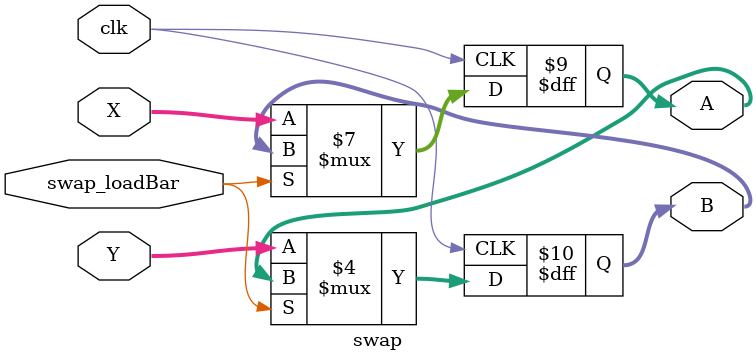
<source format=v>
`timescale 1ns / 1ps
module swap(
    output reg [7:0] A,B,
    input [7:0] X,Y,
    input clk, swap_loadBar // whaen swap_loadBar is 1 then it swaps else when 0 it l
    );
    always @(posedge clk) begin
    if(!swap_loadBar) begin
    // if swap_loadBar == 0 then load the registers
        A <= X;
        B <= Y;
    end
    else begin
    // Swap the register values with each other
         B <= #2 A;
         A <= #2 B;
    end
    end
endmodule

</source>
